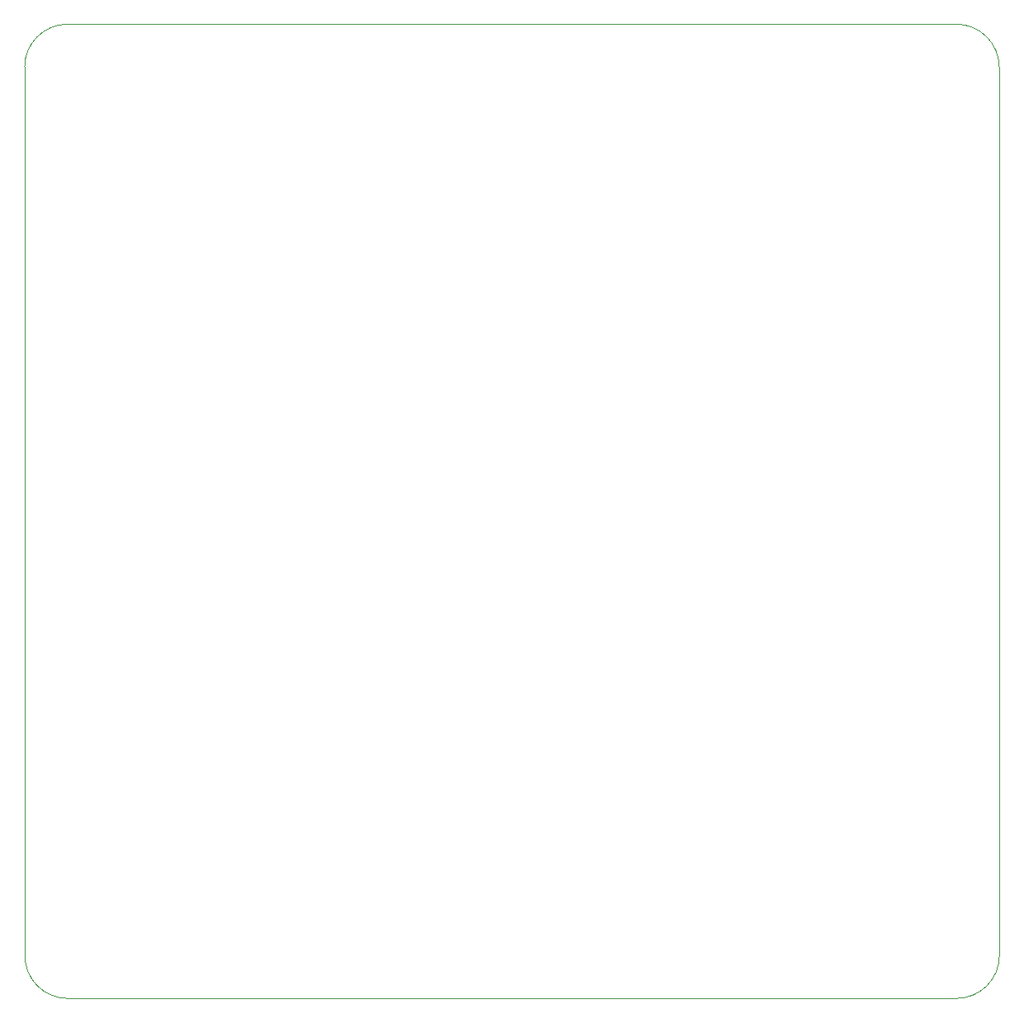
<source format=gm1>
G04 #@! TF.GenerationSoftware,KiCad,Pcbnew,8.0.1*
G04 #@! TF.CreationDate,2024-04-03T23:34:41-03:00*
G04 #@! TF.ProjectId,Breakout-68040,42726561-6b6f-4757-942d-36383034302e,rev?*
G04 #@! TF.SameCoordinates,Original*
G04 #@! TF.FileFunction,Profile,NP*
%FSLAX46Y46*%
G04 Gerber Fmt 4.6, Leading zero omitted, Abs format (unit mm)*
G04 Created by KiCad (PCBNEW 8.0.1) date 2024-04-03 23:34:41*
%MOMM*%
%LPD*%
G01*
G04 APERTURE LIST*
G04 #@! TA.AperFunction,Profile*
%ADD10C,0.050000*%
G04 #@! TD*
G04 APERTURE END LIST*
D10*
X22188732Y-54911270D02*
X22211270Y-146088730D01*
X117788730Y-50511270D02*
G75*
G02*
X122188730Y-54911270I-30J-4400030D01*
G01*
X26611270Y-150488730D02*
X117811270Y-150488730D01*
X122211270Y-146088730D02*
G75*
G02*
X117811270Y-150488670I-4399970J30D01*
G01*
X22188732Y-54911270D02*
G75*
G02*
X26588732Y-50511272I4399998J0D01*
G01*
X26588732Y-50511270D02*
X117788730Y-50511270D01*
X122188730Y-54911270D02*
X122211270Y-146088730D01*
X26611270Y-150488730D02*
G75*
G02*
X22211270Y-146088730I0J4400000D01*
G01*
M02*

</source>
